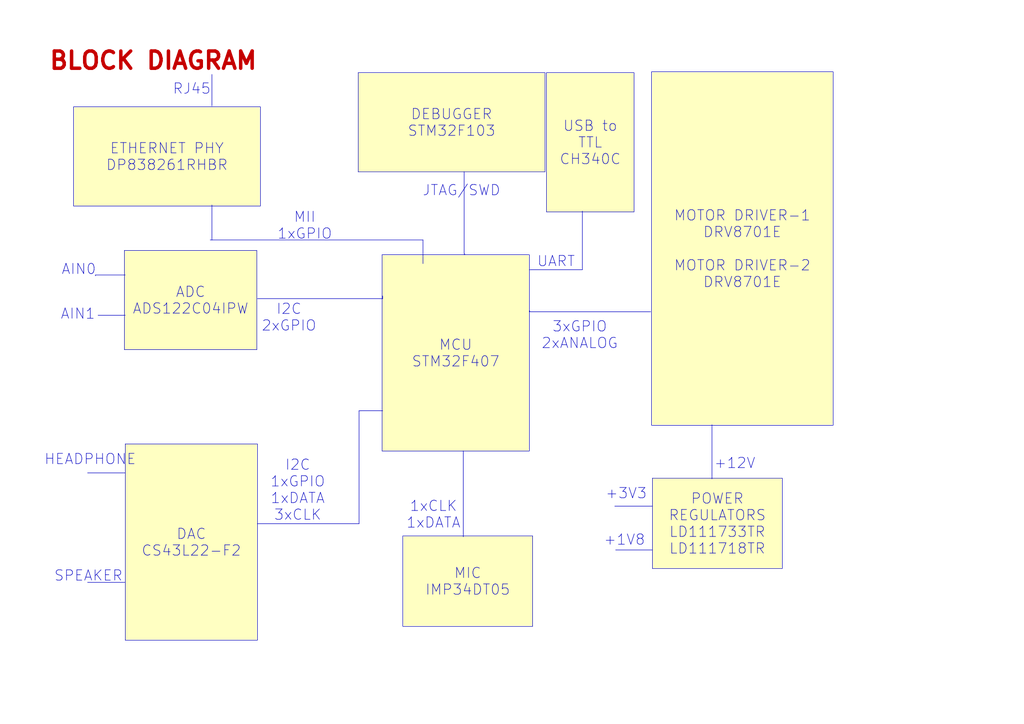
<source format=kicad_sch>
(kicad_sch
	(version 20231120)
	(generator "eeschema")
	(generator_version "8.0")
	(uuid "53fe7ccc-a30b-4178-93fe-bc3a77f1e6ed")
	(paper "A4")
	(title_block
		(title "Mixed Signal Board Project")
		(date "2024-06-24")
		(rev "V1.0")
		(company "open source")
		(comment 1 "this project for learning purposes")
	)
	(lib_symbols)
	(polyline
		(pts
			(xy 178.562 159.512) (xy 189.23 159.512)
		)
		(stroke
			(width 0)
			(type default)
		)
		(uuid "05ead6b5-2d97-4524-9642-13baecea5439")
	)
	(polyline
		(pts
			(xy 104.14 119.126) (xy 110.998 119.126)
		)
		(stroke
			(width 0)
			(type default)
		)
		(uuid "135cff13-5de8-4c6b-ae8e-7b070829d18b")
	)
	(polyline
		(pts
			(xy 178.308 146.812) (xy 189.23 146.812)
		)
		(stroke
			(width 0)
			(type default)
		)
		(uuid "1ed1c6e5-458a-4f7b-8aad-c34d988c5a8b")
	)
	(polyline
		(pts
			(xy 134.366 130.81) (xy 134.366 155.702)
		)
		(stroke
			(width 0)
			(type default)
		)
		(uuid "222ff376-4119-4ff8-8844-31ad5b271367")
	)
	(polyline
		(pts
			(xy 61.468 21.59) (xy 61.468 30.734)
		)
		(stroke
			(width 0)
			(type default)
		)
		(uuid "2e8a8249-6f2c-4307-af3d-b51419b7aa08")
	)
	(polyline
		(pts
			(xy 153.67 78.232) (xy 168.91 78.232)
		)
		(stroke
			(width 0)
			(type default)
		)
		(uuid "2f456760-cd57-4cbc-b6ba-55d6a35694bb")
	)
	(polyline
		(pts
			(xy 104.14 151.892) (xy 104.14 119.126)
		)
		(stroke
			(width 0)
			(type default)
		)
		(uuid "2fdf3ef6-6308-41f7-9b99-c251bf1bd94b")
	)
	(polyline
		(pts
			(xy 153.67 90.17) (xy 153.67 90.424)
		)
		(stroke
			(width 0)
			(type default)
		)
		(uuid "62f5968f-c235-47ba-8dac-04cc23e068b5")
	)
	(polyline
		(pts
			(xy 74.676 151.892) (xy 104.14 151.892)
		)
		(stroke
			(width 0)
			(type default)
		)
		(uuid "673c2402-10d3-4b4b-844f-9c4fb7dffc53")
	)
	(polyline
		(pts
			(xy 110.998 85.852) (xy 110.998 86.614)
		)
		(stroke
			(width 0)
			(type default)
		)
		(uuid "6a41b161-e137-45a2-93c9-1c0896fd6ebb")
	)
	(polyline
		(pts
			(xy 188.722 90.424) (xy 153.67 90.424)
		)
		(stroke
			(width 0)
			(type default)
		)
		(uuid "6c8548da-e5ac-464d-b6a9-b0621867f4be")
	)
	(polyline
		(pts
			(xy 60.96 69.596) (xy 122.682 69.596)
		)
		(stroke
			(width 0)
			(type default)
		)
		(uuid "74258c8f-e65e-41d7-a786-639ed29f836b")
	)
	(polyline
		(pts
			(xy 36.322 79.756) (xy 27.686 79.756)
		)
		(stroke
			(width 0)
			(type default)
		)
		(uuid "899b3a34-3a25-4bb1-997f-8c9424445305")
	)
	(polyline
		(pts
			(xy 36.322 136.906) (xy 36.322 137.16)
		)
		(stroke
			(width 0)
			(type default)
		)
		(uuid "9140ae41-be44-428f-8065-3e3f7c910852")
	)
	(polyline
		(pts
			(xy 25.4 137.16) (xy 36.322 137.16)
		)
		(stroke
			(width 0)
			(type default)
		)
		(uuid "9d33b486-0ec6-4087-a03a-995461450de6")
	)
	(polyline
		(pts
			(xy 122.682 69.596) (xy 122.682 76.454)
		)
		(stroke
			(width 0)
			(type default)
		)
		(uuid "a19ac2b6-6fef-4aef-ae85-262a6e6bec1a")
	)
	(polyline
		(pts
			(xy 74.676 86.614) (xy 110.998 86.614)
		)
		(stroke
			(width 0)
			(type default)
		)
		(uuid "bec2af72-9f32-4046-9521-51c10566d224")
	)
	(polyline
		(pts
			(xy 25.4 168.91) (xy 36.322 168.91)
		)
		(stroke
			(width 0)
			(type default)
		)
		(uuid "c56bc0dd-c024-4063-9418-87ce5d2cd762")
	)
	(polyline
		(pts
			(xy 134.62 49.784) (xy 134.62 73.66)
		)
		(stroke
			(width 0)
			(type default)
		)
		(uuid "ce3464ca-b963-4854-8dda-1d3f92bc7da0")
	)
	(polyline
		(pts
			(xy 168.91 61.214) (xy 168.91 78.232)
		)
		(stroke
			(width 0)
			(type default)
		)
		(uuid "d139b377-04b5-445b-a82d-724b86e9fa02")
	)
	(polyline
		(pts
			(xy 28.448 91.44) (xy 36.322 91.44)
		)
		(stroke
			(width 0)
			(type default)
		)
		(uuid "d5014d05-0b32-4279-9fe4-43db9e43c035")
	)
	(polyline
		(pts
			(xy 206.502 123.19) (xy 206.502 138.938)
		)
		(stroke
			(width 0)
			(type default)
		)
		(uuid "e1efb654-095d-4f7a-8955-90d49c06dd3b")
	)
	(polyline
		(pts
			(xy 134.62 73.66) (xy 134.874 73.66)
		)
		(stroke
			(width 0)
			(type default)
		)
		(uuid "e272ad9e-f7da-4bac-8def-19119a1eb750")
	)
	(polyline
		(pts
			(xy 27.686 79.756) (xy 27.686 80.01)
		)
		(stroke
			(width 0)
			(type default)
		)
		(uuid "f8db1236-b7f2-423b-aa2f-4fd22e0785f8")
	)
	(polyline
		(pts
			(xy 61.468 59.436) (xy 61.468 69.596)
		)
		(stroke
			(width 0)
			(type default)
		)
		(uuid "f8f14080-543a-48ac-8d00-abc5890315a2")
	)
	(text_box "ETHERNET PHY \nDP838261RHBR"
		(exclude_from_sim no)
		(at 21.336 30.988 0)
		(size 54.1881 28.7711)
		(stroke
			(width 0)
			(type default)
		)
		(fill
			(type color)
			(color 255 255 194 1)
		)
		(effects
			(font
				(size 3 3)
			)
		)
		(uuid "3bdefb7f-32cc-41ba-9db5-d3dde1a324aa")
	)
	(text_box "MCU\nSTM32F407"
		(exclude_from_sim no)
		(at 110.8156 73.8964 0)
		(size 42.7064 56.923)
		(stroke
			(width 0)
			(type default)
		)
		(fill
			(type color)
			(color 255 255 194 1)
		)
		(effects
			(font
				(size 3 3)
			)
		)
		(uuid "4f38d6c4-9813-4aa5-948c-7d73bf49b863")
	)
	(text_box "USB to TTL\nCH340C"
		(exclude_from_sim no)
		(at 158.496 21.082 0)
		(size 25.4 40.386)
		(stroke
			(width 0)
			(type default)
		)
		(fill
			(type color)
			(color 255 255 194 1)
		)
		(effects
			(font
				(size 3 3)
			)
		)
		(uuid "6b055d66-ac3a-4461-bab5-76d5076dd207")
	)
	(text_box "POWER \nREGULATORS\nLD111733TR\nLD111718TR"
		(exclude_from_sim no)
		(at 189.23 138.684 0)
		(size 37.654 26.2293)
		(stroke
			(width 0)
			(type default)
		)
		(fill
			(type color)
			(color 255 255 194 1)
		)
		(effects
			(font
				(size 3 3)
			)
		)
		(uuid "7d7c620d-9964-4656-b5fe-657f04ff3601")
	)
	(text_box "MIC\nIMP34DT05"
		(exclude_from_sim no)
		(at 116.84 155.448 0)
		(size 37.654 26.2293)
		(stroke
			(width 0)
			(type default)
		)
		(fill
			(type color)
			(color 255 255 194 1)
		)
		(effects
			(font
				(size 3 3)
			)
		)
		(uuid "95f19a4c-d033-4f2f-8dd8-b6fa8ebc1bf7")
	)
	(text_box "MOTOR DRIVER-1\nDRV8701E\n\nMOTOR DRIVER-2\nDRV8701E\n"
		(exclude_from_sim no)
		(at 188.976 20.828 0)
		(size 52.6641 102.5204)
		(stroke
			(width 0)
			(type default)
		)
		(fill
			(type color)
			(color 255 255 194 1)
		)
		(effects
			(font
				(size 3 3)
			)
		)
		(uuid "ac389bc5-b82f-430d-99d2-af40c7802e17")
	)
	(text_box "ADC\nADS122C04IPW"
		(exclude_from_sim no)
		(at 36.068 72.644 0)
		(size 38.4401 28.7711)
		(stroke
			(width 0)
			(type default)
		)
		(fill
			(type color)
			(color 255 255 194 1)
		)
		(effects
			(font
				(size 3 3)
			)
		)
		(uuid "ae451884-0a7b-469f-9077-c80f64656b6d")
	)
	(text_box "DAC \nCS43L22-F2"
		(exclude_from_sim no)
		(at 36.322 128.778 0)
		(size 38.354 56.896)
		(stroke
			(width 0)
			(type default)
		)
		(fill
			(type color)
			(color 255 255 194 1)
		)
		(effects
			(font
				(size 3 3)
			)
		)
		(uuid "cca2339c-05cc-43a6-85dc-31443ba2a4d3")
	)
	(text_box "DEBUGGER\nSTM32F103\n"
		(exclude_from_sim no)
		(at 103.886 21.082 0)
		(size 54.1881 28.7711)
		(stroke
			(width 0)
			(type default)
		)
		(fill
			(type color)
			(color 255 255 194 1)
		)
		(effects
			(font
				(size 3 3)
			)
		)
		(uuid "cd57652e-937f-455f-8903-8560315225b1")
	)
	(text "+3V3\n"
		(exclude_from_sim no)
		(at 181.61 143.256 0)
		(effects
			(font
				(size 3 3)
			)
		)
		(uuid "0e6f9944-0500-48f9-a84b-839a92877e33")
	)
	(text "1xCLK\n1xDATA"
		(exclude_from_sim no)
		(at 125.73 149.352 0)
		(effects
			(font
				(size 3 3)
			)
		)
		(uuid "0eeb876d-9bad-439e-af07-c1f20ec343c2")
	)
	(text "AIN1\n"
		(exclude_from_sim no)
		(at 22.606 91.186 0)
		(effects
			(font
				(size 3 3)
			)
		)
		(uuid "29a74c51-c482-4ba4-804a-754d4dd98a98")
	)
	(text "AIN0"
		(exclude_from_sim no)
		(at 22.86 78.232 0)
		(effects
			(font
				(size 3 3)
			)
		)
		(uuid "36bf3e29-e686-4b3b-9de3-180ce791560a")
	)
	(text "+1V8"
		(exclude_from_sim no)
		(at 181.102 156.718 0)
		(effects
			(font
				(size 3 3)
			)
		)
		(uuid "42947081-76d5-4141-a196-21f33b3de614")
	)
	(text "UART\n"
		(exclude_from_sim no)
		(at 161.29 75.946 0)
		(effects
			(font
				(size 3 3)
			)
		)
		(uuid "4ac63cd7-6f28-422b-9e04-f1299c31d2ed")
	)
	(text "BLOCK DIAGRAM"
		(exclude_from_sim no)
		(at 44.45 17.78 0)
		(effects
			(font
				(size 5 5)
				(thickness 1)
				(bold yes)
				(color 194 0 0 1)
			)
		)
		(uuid "6d2ab1d2-c0a2-443e-bc75-0ebd779df44e")
	)
	(text "+12V\n\n"
		(exclude_from_sim no)
		(at 213.106 136.906 0)
		(effects
			(font
				(size 3 3)
			)
		)
		(uuid "8fbce088-0e71-4236-abd5-e2ab9d33b54e")
	)
	(text "SPEAKER"
		(exclude_from_sim no)
		(at 25.654 167.132 0)
		(effects
			(font
				(size 3 3)
			)
		)
		(uuid "9bb91b41-fd0b-459f-aba1-dbc96f032a8b")
	)
	(text "HEADPHONE"
		(exclude_from_sim no)
		(at 26.162 133.35 0)
		(effects
			(font
				(size 3 3)
			)
		)
		(uuid "a3bf2755-ef59-409b-8cee-39c87cd4bf43")
	)
	(text "3xGPIO\n2xANALOG"
		(exclude_from_sim no)
		(at 168.148 97.282 0)
		(effects
			(font
				(size 3 3)
			)
		)
		(uuid "b6baff17-a52e-4975-9ccd-c1b5c1fb5309")
	)
	(text "MII\n1xGPIO"
		(exclude_from_sim no)
		(at 88.392 65.532 0)
		(effects
			(font
				(size 3 3)
			)
		)
		(uuid "ba86700c-5f7f-4360-b087-da2e988a6dfa")
	)
	(text "I2C\n1xGPIO\n1xDATA\n3xCLK"
		(exclude_from_sim no)
		(at 86.36 142.24 0)
		(effects
			(font
				(size 3 3)
			)
		)
		(uuid "bf56d4d1-55fe-4a22-88fd-b32775e75328")
	)
	(text "JTAG/SWD"
		(exclude_from_sim no)
		(at 133.858 55.372 0)
		(effects
			(font
				(size 3 3)
			)
		)
		(uuid "ce73612f-15d5-490e-b145-91bef0ec307c")
	)
	(text "RJ45"
		(exclude_from_sim no)
		(at 55.626 25.908 0)
		(effects
			(font
				(size 3 3)
			)
		)
		(uuid "d0a50ac8-a341-4eab-a84b-8ce531739df2")
	)
	(text "I2C\n2xGPIO"
		(exclude_from_sim no)
		(at 83.82 92.202 0)
		(effects
			(font
				(size 3 3)
			)
		)
		(uuid "dd4c2a9b-d801-4ed8-adfd-7c8684c822ff")
	)
)

</source>
